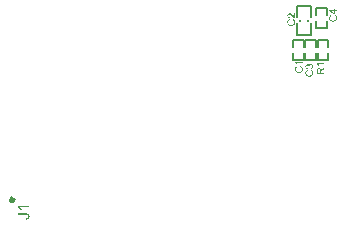
<source format=gbr>
%TF.GenerationSoftware,Altium Limited,Altium Designer,21.8.1 (53)*%
G04 Layer_Color=65535*
%FSLAX45Y45*%
%MOMM*%
%TF.SameCoordinates,7374835A-4B4A-4399-96A1-91FF428CB2AC*%
%TF.FilePolarity,Positive*%
%TF.FileFunction,Legend,Top*%
%TF.Part,Single*%
G01*
G75*
%TA.AperFunction,NonConductor*%
%ADD19C,0.33020*%
%ADD20C,0.20000*%
%ADD24C,0.15240*%
G36*
X528349Y223124D02*
X452022D01*
X452149Y222870D01*
X452657Y222362D01*
X453546Y221346D01*
X454562Y220076D01*
X455832Y218425D01*
X457229Y216393D01*
X458753Y214234D01*
X460277Y211694D01*
Y211567D01*
X460404Y211440D01*
X460658Y211059D01*
X460912Y210551D01*
X461674Y209154D01*
X462563Y207503D01*
X463579Y205598D01*
X464595Y203439D01*
X465611Y201280D01*
X466500Y199121D01*
X454816D01*
Y199248D01*
X454562Y199629D01*
X454308Y200137D01*
X453927Y200772D01*
X453546Y201661D01*
X452911Y202677D01*
X451641Y205090D01*
X449990Y207757D01*
X447958Y210805D01*
X445799Y213726D01*
X443386Y216647D01*
X443259Y216774D01*
X443132Y217028D01*
X442751Y217409D01*
X442243Y217917D01*
X440973Y219187D01*
X439195Y220838D01*
X437290Y222489D01*
X435004Y224267D01*
X432718Y225918D01*
X430305Y227315D01*
Y235062D01*
X528349D01*
Y223124D01*
D02*
G37*
G36*
X500282Y173594D02*
X501425D01*
X502822Y173467D01*
X504219Y173340D01*
X507267Y172959D01*
X510442Y172451D01*
X513490Y171689D01*
X515014Y171181D01*
X516284Y170673D01*
X516411D01*
X516538Y170546D01*
X516919Y170419D01*
X517427Y170165D01*
X518570Y169403D01*
X520094Y168387D01*
X521745Y167117D01*
X523396Y165466D01*
X525047Y163561D01*
X526571Y161275D01*
Y161148D01*
X526698Y161021D01*
X526825Y160640D01*
X527079Y160132D01*
X527714Y158862D01*
X528222Y156957D01*
X528857Y154798D01*
X529492Y152258D01*
X529873Y149337D01*
X530000Y146162D01*
Y144892D01*
X529873Y144003D01*
X529746Y142987D01*
X529619Y141717D01*
X529365Y140320D01*
X529111Y138923D01*
X528222Y135748D01*
X527587Y134097D01*
X526825Y132446D01*
X526063Y130795D01*
X525047Y129271D01*
X523904Y127874D01*
X522634Y126477D01*
X522507Y126350D01*
X522253Y126223D01*
X521872Y125842D01*
X521237Y125461D01*
X520475Y124953D01*
X519586Y124318D01*
X518443Y123683D01*
X517173Y123048D01*
X515649Y122540D01*
X513998Y121905D01*
X512220Y121397D01*
X510315Y120889D01*
X508156Y120508D01*
X505870Y120127D01*
X503457Y120000D01*
X500790D01*
X499139Y131684D01*
X499266D01*
X499647D01*
X500155D01*
X500917Y131811D01*
X501806Y131938D01*
X502822Y132065D01*
X505235Y132319D01*
X507775Y132827D01*
X510315Y133589D01*
X512601Y134478D01*
X513490Y135113D01*
X514379Y135748D01*
X514506Y135875D01*
X515014Y136510D01*
X515649Y137272D01*
X516411Y138542D01*
X517173Y139939D01*
X517808Y141717D01*
X518316Y143876D01*
X518443Y146162D01*
Y146924D01*
X518316Y147940D01*
X518189Y149083D01*
X517935Y150353D01*
X517554Y151750D01*
X517046Y153147D01*
X516284Y154544D01*
X516157Y154671D01*
X515903Y155179D01*
X515395Y155687D01*
X514633Y156449D01*
X513744Y157338D01*
X512728Y158100D01*
X511585Y158862D01*
X510188Y159370D01*
X510061Y159497D01*
X509426Y159624D01*
X508537Y159878D01*
X507267Y160132D01*
X505489Y160386D01*
X503457Y160513D01*
X500917Y160767D01*
X497996D01*
X430686D01*
Y173721D01*
X497234D01*
X497361D01*
X497742D01*
X498377D01*
X499266D01*
X500282Y173594D01*
D02*
G37*
G36*
X3026349Y1435031D02*
X2975515D01*
X2975599Y1434862D01*
X2975938Y1434524D01*
X2976530Y1433847D01*
X2977206Y1433001D01*
X2978052Y1431902D01*
X2978983Y1430548D01*
X2979998Y1429110D01*
X2981013Y1427419D01*
Y1427334D01*
X2981097Y1427250D01*
X2981266Y1426996D01*
X2981435Y1426658D01*
X2981943Y1425727D01*
X2982535Y1424628D01*
X2983212Y1423359D01*
X2983888Y1421921D01*
X2984565Y1420483D01*
X2985157Y1419045D01*
X2977376D01*
Y1419130D01*
X2977206Y1419383D01*
X2977037Y1419722D01*
X2976783Y1420145D01*
X2976530Y1420737D01*
X2976107Y1421413D01*
X2975261Y1423021D01*
X2974161Y1424797D01*
X2972808Y1426827D01*
X2971370Y1428772D01*
X2969763Y1430717D01*
X2969679Y1430802D01*
X2969594Y1430971D01*
X2969340Y1431225D01*
X2969002Y1431563D01*
X2968156Y1432409D01*
X2966972Y1433509D01*
X2965703Y1434608D01*
X2964181Y1435792D01*
X2962658Y1436892D01*
X2961051Y1437822D01*
Y1442982D01*
X3026349D01*
Y1435031D01*
D02*
G37*
G36*
Y1397054D02*
X3012900Y1388511D01*
X3012815D01*
X3012646Y1388342D01*
X3012308Y1388173D01*
X3011970Y1387919D01*
X3011462Y1387581D01*
X3010870Y1387158D01*
X3009601Y1386312D01*
X3008163Y1385297D01*
X3006726Y1384282D01*
X3005288Y1383267D01*
X3004019Y1382252D01*
X3003850Y1382167D01*
X3003511Y1381829D01*
X3002919Y1381406D01*
X3002327Y1380814D01*
X3001566Y1380137D01*
X3000805Y1379376D01*
X3000213Y1378615D01*
X2999621Y1377854D01*
X2999536Y1377769D01*
X2999451Y1377515D01*
X2999198Y1377177D01*
X2998944Y1376670D01*
X2998606Y1376078D01*
X2998352Y1375401D01*
X2997844Y1373963D01*
Y1373878D01*
X2997760Y1373709D01*
Y1373371D01*
X2997675Y1372863D01*
X2997591Y1372187D01*
Y1371341D01*
X2997506Y1370411D01*
Y1359246D01*
X3026349D01*
Y1350618D01*
X2961305D01*
Y1380899D01*
X2961390Y1381660D01*
Y1382421D01*
X2961474Y1383352D01*
X2961559Y1384367D01*
X2961728Y1386481D01*
X2962066Y1388680D01*
X2962489Y1390795D01*
X2962743Y1391810D01*
X2963081Y1392656D01*
Y1392740D01*
X2963166Y1392825D01*
X2963250Y1393078D01*
X2963420Y1393417D01*
X2963842Y1394263D01*
X2964519Y1395278D01*
X2965365Y1396462D01*
X2966464Y1397646D01*
X2967818Y1398830D01*
X2969340Y1399930D01*
X2969425D01*
X2969509Y1400014D01*
X2969763Y1400183D01*
X2970102Y1400353D01*
X2971032Y1400775D01*
X2972216Y1401283D01*
X2973654Y1401790D01*
X2975346Y1402213D01*
X2977206Y1402552D01*
X2979152Y1402636D01*
X2979236D01*
X2979490D01*
X2979828D01*
X2980336Y1402552D01*
X2980928Y1402467D01*
X2981605Y1402383D01*
X2983212Y1402044D01*
X2985073Y1401537D01*
X2987018Y1400775D01*
X2987948Y1400268D01*
X2988963Y1399676D01*
X2989894Y1398915D01*
X2990824Y1398153D01*
X2990909Y1398069D01*
X2990993Y1397984D01*
X2991247Y1397646D01*
X2991585Y1397308D01*
X2991924Y1396800D01*
X2992347Y1396208D01*
X2992854Y1395531D01*
X2993362Y1394770D01*
X2993869Y1393840D01*
X2994377Y1392825D01*
X2994884Y1391641D01*
X2995392Y1390372D01*
X2995814Y1389019D01*
X2996237Y1387581D01*
X2996576Y1385974D01*
X2996829Y1384282D01*
X2996914Y1384451D01*
X2997083Y1384874D01*
X2997421Y1385466D01*
X2997844Y1386227D01*
X2998944Y1387919D01*
X2999536Y1388680D01*
X3000128Y1389441D01*
Y1389526D01*
X3000297Y1389611D01*
X3000720Y1390118D01*
X3001481Y1390795D01*
X3002496Y1391810D01*
X3003681Y1392909D01*
X3005203Y1394093D01*
X3006895Y1395362D01*
X3008755Y1396631D01*
X3026349Y1407880D01*
Y1397054D01*
D02*
G37*
G36*
X2842522Y1449542D02*
X2791688D01*
X2791772Y1449373D01*
X2792111Y1449035D01*
X2792703Y1448358D01*
X2793379Y1447512D01*
X2794225Y1446413D01*
X2795156Y1445059D01*
X2796171Y1443621D01*
X2797186Y1441930D01*
Y1441845D01*
X2797270Y1441761D01*
X2797439Y1441507D01*
X2797609Y1441169D01*
X2798116Y1440238D01*
X2798708Y1439139D01*
X2799385Y1437870D01*
X2800061Y1436432D01*
X2800738Y1434994D01*
X2801330Y1433556D01*
X2793549D01*
Y1433641D01*
X2793379Y1433895D01*
X2793210Y1434233D01*
X2792957Y1434656D01*
X2792703Y1435248D01*
X2792280Y1435924D01*
X2791434Y1437532D01*
X2790335Y1439308D01*
X2788981Y1441338D01*
X2787543Y1443283D01*
X2785936Y1445229D01*
X2785852Y1445313D01*
X2785767Y1445482D01*
X2785513Y1445736D01*
X2785175Y1446074D01*
X2784329Y1446920D01*
X2783145Y1448020D01*
X2781876Y1449119D01*
X2780354Y1450303D01*
X2778831Y1451403D01*
X2777224Y1452333D01*
Y1457493D01*
X2842522D01*
Y1449542D01*
D02*
G37*
G36*
X2822391Y1419938D02*
X2822983Y1419769D01*
X2823744Y1419600D01*
X2824590Y1419262D01*
X2825605Y1418839D01*
X2826705Y1418416D01*
X2827974Y1417824D01*
X2829242Y1417232D01*
X2830596Y1416471D01*
X2831864Y1415709D01*
X2833218Y1414779D01*
X2834571Y1413849D01*
X2835840Y1412749D01*
X2837024Y1411565D01*
X2838123Y1410296D01*
X2838208Y1410212D01*
X2838377Y1409958D01*
X2838631Y1409619D01*
X2838969Y1409027D01*
X2839392Y1408351D01*
X2839900Y1407505D01*
X2840322Y1406575D01*
X2840830Y1405560D01*
X2841422Y1404291D01*
X2841845Y1403022D01*
X2842352Y1401584D01*
X2842775Y1400062D01*
X2843114Y1398455D01*
X2843367Y1396763D01*
X2843537Y1394987D01*
X2843621Y1393126D01*
Y1392111D01*
X2843537Y1391350D01*
X2843452Y1390504D01*
X2843367Y1389404D01*
X2843283Y1388305D01*
X2843114Y1387036D01*
X2842606Y1384329D01*
X2841845Y1381454D01*
X2841337Y1380016D01*
X2840745Y1378578D01*
X2840153Y1377225D01*
X2839392Y1375956D01*
X2839308Y1375871D01*
X2839223Y1375702D01*
X2838969Y1375364D01*
X2838546Y1374856D01*
X2838123Y1374349D01*
X2837616Y1373672D01*
X2836939Y1372995D01*
X2836178Y1372234D01*
X2835417Y1371388D01*
X2834486Y1370627D01*
X2833471Y1369781D01*
X2832287Y1368936D01*
X2831103Y1368090D01*
X2829834Y1367328D01*
X2828396Y1366567D01*
X2826959Y1365891D01*
X2826874D01*
X2826620Y1365721D01*
X2826113Y1365552D01*
X2825521Y1365383D01*
X2824759Y1365129D01*
X2823914Y1364791D01*
X2822899Y1364537D01*
X2821714Y1364199D01*
X2820446Y1363861D01*
X2819092Y1363607D01*
X2817655Y1363269D01*
X2816217Y1363015D01*
X2812918Y1362676D01*
X2809535Y1362507D01*
X2809450D01*
X2809112D01*
X2808520D01*
X2807843Y1362592D01*
X2806913D01*
X2805898Y1362676D01*
X2804798Y1362846D01*
X2803529Y1363015D01*
X2802176Y1363184D01*
X2800738Y1363438D01*
X2797778Y1364114D01*
X2794817Y1365045D01*
X2793295Y1365637D01*
X2791857Y1366313D01*
X2791772Y1366398D01*
X2791519Y1366483D01*
X2791096Y1366736D01*
X2790588Y1367075D01*
X2789996Y1367413D01*
X2789235Y1367921D01*
X2788474Y1368513D01*
X2787543Y1369189D01*
X2785683Y1370712D01*
X2783822Y1372657D01*
X2781961Y1374856D01*
X2781115Y1376125D01*
X2780354Y1377394D01*
X2780269Y1377478D01*
X2780185Y1377732D01*
X2780016Y1378155D01*
X2779762Y1378662D01*
X2779423Y1379339D01*
X2779085Y1380100D01*
X2778747Y1381031D01*
X2778324Y1382046D01*
X2777986Y1383230D01*
X2777647Y1384414D01*
X2776971Y1387121D01*
X2776548Y1390081D01*
X2776378Y1391604D01*
Y1394141D01*
X2776463Y1394818D01*
X2776548Y1395663D01*
X2776632Y1396678D01*
X2776801Y1397778D01*
X2776971Y1398962D01*
X2777563Y1401500D01*
X2777986Y1402853D01*
X2778493Y1404291D01*
X2779085Y1405644D01*
X2779677Y1406997D01*
X2780523Y1408351D01*
X2781369Y1409619D01*
X2781453Y1409704D01*
X2781623Y1409873D01*
X2781876Y1410296D01*
X2782299Y1410719D01*
X2782807Y1411227D01*
X2783399Y1411903D01*
X2784160Y1412580D01*
X2785006Y1413341D01*
X2785936Y1414102D01*
X2786951Y1414864D01*
X2788135Y1415625D01*
X2789320Y1416386D01*
X2790673Y1417147D01*
X2792111Y1417824D01*
X2793718Y1418501D01*
X2795325Y1419008D01*
X2797355Y1410550D01*
X2797270D01*
X2797017Y1410465D01*
X2796678Y1410296D01*
X2796171Y1410127D01*
X2795579Y1409873D01*
X2794902Y1409619D01*
X2793379Y1408858D01*
X2791688Y1407928D01*
X2789996Y1406828D01*
X2788389Y1405475D01*
X2787712Y1404714D01*
X2787036Y1403952D01*
Y1403868D01*
X2786867Y1403783D01*
X2786698Y1403530D01*
X2786528Y1403191D01*
X2786275Y1402768D01*
X2786021Y1402261D01*
X2785344Y1400992D01*
X2784752Y1399385D01*
X2784245Y1397524D01*
X2783906Y1395410D01*
X2783737Y1393041D01*
Y1392280D01*
X2783822Y1391773D01*
Y1391181D01*
X2783906Y1390419D01*
X2784075Y1389574D01*
X2784160Y1388643D01*
X2784583Y1386698D01*
X2785260Y1384583D01*
X2786190Y1382469D01*
X2786698Y1381454D01*
X2787374Y1380439D01*
Y1380354D01*
X2787543Y1380185D01*
X2787712Y1379931D01*
X2788051Y1379593D01*
X2788812Y1378747D01*
X2789912Y1377732D01*
X2791265Y1376548D01*
X2792957Y1375364D01*
X2794817Y1374264D01*
X2797017Y1373418D01*
X2797101D01*
X2797270Y1373334D01*
X2797609Y1373249D01*
X2798031Y1373080D01*
X2798624Y1372911D01*
X2799300Y1372742D01*
X2800061Y1372573D01*
X2800823Y1372403D01*
X2802768Y1372065D01*
X2804883Y1371727D01*
X2807166Y1371473D01*
X2809535Y1371388D01*
X2809619D01*
X2809873D01*
X2810296D01*
X2810888D01*
X2811649Y1371473D01*
X2812495Y1371558D01*
X2813425D01*
X2814440Y1371727D01*
X2816724Y1371980D01*
X2819092Y1372403D01*
X2821630Y1372995D01*
X2823998Y1373757D01*
X2824083D01*
X2824252Y1373841D01*
X2824590Y1374010D01*
X2825013Y1374264D01*
X2825521Y1374518D01*
X2826113Y1374772D01*
X2827466Y1375618D01*
X2828988Y1376717D01*
X2830511Y1377986D01*
X2831949Y1379508D01*
X2833218Y1381285D01*
Y1381369D01*
X2833387Y1381538D01*
X2833471Y1381792D01*
X2833725Y1382215D01*
X2833894Y1382638D01*
X2834148Y1383230D01*
X2834740Y1384583D01*
X2835332Y1386275D01*
X2835755Y1388136D01*
X2836093Y1390166D01*
X2836263Y1392365D01*
Y1393041D01*
X2836178Y1393549D01*
X2836093Y1394226D01*
X2836009Y1394902D01*
X2835924Y1395748D01*
X2835755Y1396594D01*
X2835248Y1398539D01*
X2834486Y1400569D01*
X2834063Y1401669D01*
X2833471Y1402684D01*
X2832879Y1403699D01*
X2832118Y1404629D01*
X2832033Y1404714D01*
X2831949Y1404883D01*
X2831695Y1405137D01*
X2831357Y1405475D01*
X2830934Y1405813D01*
X2830342Y1406321D01*
X2829750Y1406828D01*
X2828988Y1407336D01*
X2828227Y1407928D01*
X2827297Y1408520D01*
X2826282Y1409027D01*
X2825182Y1409619D01*
X2823914Y1410127D01*
X2822645Y1410634D01*
X2821292Y1411057D01*
X2819769Y1411480D01*
X2821968Y1420108D01*
X2822053D01*
X2822391Y1419938D01*
D02*
G37*
G36*
X2778353Y1824369D02*
X2778184D01*
X2777846D01*
X2777338D01*
X2776577Y1824454D01*
X2775731Y1824538D01*
X2774801Y1824707D01*
X2773870Y1824961D01*
X2772856Y1825299D01*
X2772771D01*
X2772686Y1825384D01*
X2772433Y1825469D01*
X2772094Y1825638D01*
X2771248Y1825976D01*
X2770149Y1826568D01*
X2768796Y1827329D01*
X2767358Y1828175D01*
X2765835Y1829275D01*
X2764228Y1830543D01*
X2764144Y1830628D01*
X2764059Y1830713D01*
X2763805Y1830966D01*
X2763467Y1831220D01*
X2762537Y1832066D01*
X2761352Y1833250D01*
X2759914Y1834688D01*
X2758223Y1836464D01*
X2756362Y1838579D01*
X2754332Y1841032D01*
X2754247Y1841116D01*
X2753909Y1841455D01*
X2753486Y1842047D01*
X2752894Y1842723D01*
X2752133Y1843569D01*
X2751287Y1844584D01*
X2750357Y1845684D01*
X2749342Y1846783D01*
X2747143Y1849151D01*
X2744859Y1851520D01*
X2743675Y1852619D01*
X2742575Y1853634D01*
X2741560Y1854565D01*
X2740545Y1855326D01*
X2740461Y1855411D01*
X2740291Y1855495D01*
X2740038Y1855664D01*
X2739699Y1855918D01*
X2739192Y1856172D01*
X2738684Y1856510D01*
X2737416Y1857271D01*
X2735978Y1857948D01*
X2734371Y1858540D01*
X2732594Y1858963D01*
X2731749Y1859132D01*
X2730903D01*
X2730818D01*
X2730649D01*
X2730480D01*
X2730142Y1859048D01*
X2729211Y1858963D01*
X2728112Y1858709D01*
X2726843Y1858286D01*
X2725574Y1857694D01*
X2724221Y1856848D01*
X2722952Y1855664D01*
X2722783Y1855495D01*
X2722445Y1855072D01*
X2721937Y1854311D01*
X2721260Y1853296D01*
X2720668Y1852027D01*
X2720161Y1850505D01*
X2719823Y1848729D01*
X2719653Y1846783D01*
Y1846191D01*
X2719738Y1845853D01*
Y1845345D01*
X2719823Y1844753D01*
X2720076Y1843485D01*
X2720499Y1842047D01*
X2721091Y1840440D01*
X2721937Y1838917D01*
X2723121Y1837564D01*
X2723290Y1837395D01*
X2723713Y1837056D01*
X2724559Y1836464D01*
X2725574Y1835872D01*
X2727012Y1835195D01*
X2728619Y1834603D01*
X2730480Y1834265D01*
X2732679Y1834096D01*
X2731833Y1825891D01*
X2731749D01*
X2731410Y1825976D01*
X2730987D01*
X2730311Y1826061D01*
X2729550Y1826230D01*
X2728704Y1826399D01*
X2727689Y1826653D01*
X2726674Y1826991D01*
X2724390Y1827752D01*
X2723206Y1828260D01*
X2722106Y1828852D01*
X2720922Y1829528D01*
X2719823Y1830290D01*
X2718808Y1831136D01*
X2717877Y1832151D01*
X2717793Y1832235D01*
X2717708Y1832404D01*
X2717454Y1832743D01*
X2717116Y1833165D01*
X2716778Y1833758D01*
X2716355Y1834434D01*
X2715932Y1835195D01*
X2715424Y1836126D01*
X2715001Y1837141D01*
X2714579Y1838240D01*
X2714156Y1839425D01*
X2713817Y1840778D01*
X2713479Y1842131D01*
X2713225Y1843654D01*
X2713141Y1845261D01*
X2713056Y1846952D01*
Y1847883D01*
X2713141Y1848475D01*
X2713225Y1849321D01*
X2713310Y1850251D01*
X2713479Y1851266D01*
X2713733Y1852366D01*
X2714325Y1854734D01*
X2714748Y1855918D01*
X2715255Y1857187D01*
X2715847Y1858456D01*
X2716608Y1859640D01*
X2717370Y1860739D01*
X2718300Y1861839D01*
X2718385Y1861923D01*
X2718554Y1862093D01*
X2718808Y1862346D01*
X2719231Y1862685D01*
X2719738Y1863108D01*
X2720330Y1863615D01*
X2721007Y1864038D01*
X2721853Y1864630D01*
X2722698Y1865137D01*
X2723713Y1865560D01*
X2725913Y1866491D01*
X2727097Y1866829D01*
X2728365Y1867083D01*
X2729719Y1867252D01*
X2731157Y1867337D01*
X2731326D01*
X2731833D01*
X2732594Y1867252D01*
X2733609Y1867167D01*
X2734709Y1866914D01*
X2736062Y1866660D01*
X2737416Y1866237D01*
X2738854Y1865730D01*
X2739023Y1865645D01*
X2739530Y1865391D01*
X2740291Y1865053D01*
X2741222Y1864461D01*
X2742406Y1863700D01*
X2743759Y1862769D01*
X2745282Y1861670D01*
X2746804Y1860401D01*
X2746889D01*
X2746973Y1860232D01*
X2747227Y1859978D01*
X2747565Y1859724D01*
X2747988Y1859301D01*
X2748496Y1858794D01*
X2749088Y1858202D01*
X2749765Y1857441D01*
X2750526Y1856679D01*
X2751372Y1855749D01*
X2752387Y1854734D01*
X2753402Y1853634D01*
X2754501Y1852366D01*
X2755601Y1851097D01*
X2756870Y1849574D01*
X2758223Y1848052D01*
X2758307Y1847967D01*
X2758477Y1847714D01*
X2758815Y1847375D01*
X2759153Y1846868D01*
X2759661Y1846360D01*
X2760253Y1845684D01*
X2761522Y1844246D01*
X2762875Y1842639D01*
X2764228Y1841116D01*
X2764820Y1840440D01*
X2765412Y1839847D01*
X2766004Y1839255D01*
X2766427Y1838832D01*
X2766512Y1838748D01*
X2766766Y1838494D01*
X2767189Y1838156D01*
X2767781Y1837648D01*
X2768373Y1837141D01*
X2769134Y1836549D01*
X2770656Y1835449D01*
Y1867421D01*
X2778353D01*
Y1824369D01*
D02*
G37*
G36*
X2758223Y1818025D02*
X2758815Y1817856D01*
X2759576Y1817687D01*
X2760422Y1817349D01*
X2761437Y1816926D01*
X2762537Y1816503D01*
X2763805Y1815911D01*
X2765074Y1815319D01*
X2766427Y1814557D01*
X2767696Y1813796D01*
X2769049Y1812866D01*
X2770403Y1811935D01*
X2771671Y1810836D01*
X2772856Y1809652D01*
X2773955Y1808383D01*
X2774040Y1808298D01*
X2774209Y1808045D01*
X2774463Y1807706D01*
X2774801Y1807114D01*
X2775224Y1806438D01*
X2775731Y1805592D01*
X2776154Y1804661D01*
X2776662Y1803646D01*
X2777254Y1802378D01*
X2777677Y1801109D01*
X2778184Y1799671D01*
X2778607Y1798149D01*
X2778945Y1796541D01*
X2779199Y1794850D01*
X2779368Y1793074D01*
X2779453Y1791213D01*
Y1790198D01*
X2779368Y1789437D01*
X2779284Y1788591D01*
X2779199Y1787491D01*
X2779115Y1786392D01*
X2778945Y1785123D01*
X2778438Y1782416D01*
X2777677Y1779541D01*
X2777169Y1778103D01*
X2776577Y1776665D01*
X2775985Y1775311D01*
X2775224Y1774043D01*
X2775139Y1773958D01*
X2775055Y1773789D01*
X2774801Y1773451D01*
X2774378Y1772943D01*
X2773955Y1772436D01*
X2773448Y1771759D01*
X2772771Y1771082D01*
X2772010Y1770321D01*
X2771248Y1769475D01*
X2770318Y1768714D01*
X2769303Y1767868D01*
X2768119Y1767022D01*
X2766935Y1766177D01*
X2765666Y1765415D01*
X2764228Y1764654D01*
X2762790Y1763977D01*
X2762706D01*
X2762452Y1763808D01*
X2761944Y1763639D01*
X2761352Y1763470D01*
X2760591Y1763216D01*
X2759745Y1762878D01*
X2758730Y1762624D01*
X2757546Y1762286D01*
X2756277Y1761947D01*
X2754924Y1761694D01*
X2753486Y1761355D01*
X2752048Y1761102D01*
X2748750Y1760763D01*
X2745366Y1760594D01*
X2745282D01*
X2744943D01*
X2744351D01*
X2743675Y1760679D01*
X2742744D01*
X2741729Y1760763D01*
X2740630Y1760932D01*
X2739361Y1761102D01*
X2738008Y1761271D01*
X2736570Y1761525D01*
X2733609Y1762201D01*
X2730649Y1763132D01*
X2729127Y1763724D01*
X2727689Y1764400D01*
X2727604Y1764485D01*
X2727350Y1764569D01*
X2726927Y1764823D01*
X2726420Y1765162D01*
X2725828Y1765500D01*
X2725067Y1766007D01*
X2724305Y1766599D01*
X2723375Y1767276D01*
X2721514Y1768799D01*
X2719653Y1770744D01*
X2717793Y1772943D01*
X2716947Y1774212D01*
X2716186Y1775481D01*
X2716101Y1775565D01*
X2716016Y1775819D01*
X2715847Y1776242D01*
X2715594Y1776749D01*
X2715255Y1777426D01*
X2714917Y1778187D01*
X2714579Y1779118D01*
X2714156Y1780133D01*
X2713817Y1781317D01*
X2713479Y1782501D01*
X2712802Y1785208D01*
X2712379Y1788168D01*
X2712210Y1789690D01*
Y1792228D01*
X2712295Y1792904D01*
X2712379Y1793750D01*
X2712464Y1794765D01*
X2712633Y1795865D01*
X2712802Y1797049D01*
X2713394Y1799586D01*
X2713817Y1800940D01*
X2714325Y1802378D01*
X2714917Y1803731D01*
X2715509Y1805084D01*
X2716355Y1806438D01*
X2717201Y1807706D01*
X2717285Y1807791D01*
X2717454Y1807960D01*
X2717708Y1808383D01*
X2718131Y1808806D01*
X2718638Y1809313D01*
X2719231Y1809990D01*
X2719992Y1810667D01*
X2720838Y1811428D01*
X2721768Y1812189D01*
X2722783Y1812950D01*
X2723967Y1813712D01*
X2725151Y1814473D01*
X2726505Y1815234D01*
X2727942Y1815911D01*
X2729550Y1816587D01*
X2731157Y1817095D01*
X2733187Y1808637D01*
X2733102D01*
X2732848Y1808552D01*
X2732510Y1808383D01*
X2732002Y1808214D01*
X2731410Y1807960D01*
X2730734Y1807706D01*
X2729211Y1806945D01*
X2727520Y1806015D01*
X2725828Y1804915D01*
X2724221Y1803562D01*
X2723544Y1802801D01*
X2722868Y1802039D01*
Y1801955D01*
X2722698Y1801870D01*
X2722529Y1801616D01*
X2722360Y1801278D01*
X2722106Y1800855D01*
X2721853Y1800348D01*
X2721176Y1799079D01*
X2720584Y1797472D01*
X2720076Y1795611D01*
X2719738Y1793497D01*
X2719569Y1791128D01*
Y1790367D01*
X2719653Y1789860D01*
Y1789267D01*
X2719738Y1788506D01*
X2719907Y1787660D01*
X2719992Y1786730D01*
X2720415Y1784785D01*
X2721091Y1782670D01*
X2722022Y1780555D01*
X2722529Y1779541D01*
X2723206Y1778526D01*
Y1778441D01*
X2723375Y1778272D01*
X2723544Y1778018D01*
X2723883Y1777680D01*
X2724644Y1776834D01*
X2725743Y1775819D01*
X2727097Y1774635D01*
X2728788Y1773451D01*
X2730649Y1772351D01*
X2732848Y1771505D01*
X2732933D01*
X2733102Y1771421D01*
X2733440Y1771336D01*
X2733863Y1771167D01*
X2734455Y1770998D01*
X2735132Y1770829D01*
X2735893Y1770659D01*
X2736654Y1770490D01*
X2738600Y1770152D01*
X2740714Y1769814D01*
X2742998Y1769560D01*
X2745366Y1769475D01*
X2745451D01*
X2745705D01*
X2746128D01*
X2746720D01*
X2747481Y1769560D01*
X2748327Y1769644D01*
X2749257D01*
X2750272Y1769814D01*
X2752556Y1770067D01*
X2754924Y1770490D01*
X2757462Y1771082D01*
X2759830Y1771844D01*
X2759914D01*
X2760084Y1771928D01*
X2760422Y1772097D01*
X2760845Y1772351D01*
X2761352Y1772605D01*
X2761944Y1772859D01*
X2763298Y1773704D01*
X2764820Y1774804D01*
X2766343Y1776073D01*
X2767781Y1777595D01*
X2769049Y1779371D01*
Y1779456D01*
X2769218Y1779625D01*
X2769303Y1779879D01*
X2769557Y1780302D01*
X2769726Y1780725D01*
X2769980Y1781317D01*
X2770572Y1782670D01*
X2771164Y1784362D01*
X2771587Y1786222D01*
X2771925Y1788252D01*
X2772094Y1790452D01*
Y1791128D01*
X2772010Y1791636D01*
X2771925Y1792312D01*
X2771841Y1792989D01*
X2771756Y1793835D01*
X2771587Y1794681D01*
X2771079Y1796626D01*
X2770318Y1798656D01*
X2769895Y1799756D01*
X2769303Y1800771D01*
X2768711Y1801786D01*
X2767950Y1802716D01*
X2767865Y1802801D01*
X2767781Y1802970D01*
X2767527Y1803223D01*
X2767189Y1803562D01*
X2766766Y1803900D01*
X2766174Y1804408D01*
X2765581Y1804915D01*
X2764820Y1805423D01*
X2764059Y1806015D01*
X2763129Y1806607D01*
X2762114Y1807114D01*
X2761014Y1807706D01*
X2759745Y1808214D01*
X2758477Y1808721D01*
X2757123Y1809144D01*
X2755601Y1809567D01*
X2757800Y1818194D01*
X2757885D01*
X2758223Y1818025D01*
D02*
G37*
G36*
X2913067Y1437846D02*
X2913829Y1437761D01*
X2914674Y1437592D01*
X2915605Y1437423D01*
X2916620Y1437169D01*
X2917719Y1436831D01*
X2918903Y1436408D01*
X2920088Y1435900D01*
X2921356Y1435308D01*
X2922541Y1434547D01*
X2923809Y1433701D01*
X2924993Y1432771D01*
X2926093Y1431671D01*
X2926178Y1431587D01*
X2926347Y1431418D01*
X2926600Y1431079D01*
X2927023Y1430572D01*
X2927446Y1429980D01*
X2927954Y1429218D01*
X2928461Y1428373D01*
X2928969Y1427442D01*
X2929561Y1426343D01*
X2930068Y1425158D01*
X2930576Y1423890D01*
X2930999Y1422452D01*
X2931422Y1421014D01*
X2931675Y1419407D01*
X2931845Y1417800D01*
X2931929Y1416024D01*
Y1415178D01*
X2931845Y1414586D01*
X2931760Y1413909D01*
X2931675Y1413063D01*
X2931506Y1412048D01*
X2931252Y1411033D01*
X2930660Y1408834D01*
X2930237Y1407650D01*
X2929815Y1406466D01*
X2929222Y1405197D01*
X2928546Y1404013D01*
X2927785Y1402913D01*
X2926854Y1401814D01*
X2926770Y1401729D01*
X2926600Y1401560D01*
X2926347Y1401306D01*
X2925924Y1400883D01*
X2925416Y1400460D01*
X2924824Y1399953D01*
X2924063Y1399446D01*
X2923302Y1398853D01*
X2922371Y1398346D01*
X2921356Y1397754D01*
X2920257Y1397246D01*
X2919073Y1396739D01*
X2917804Y1396231D01*
X2916535Y1395893D01*
X2915097Y1395555D01*
X2913575Y1395386D01*
X2912475Y1403336D01*
X2912560D01*
X2912814Y1403421D01*
X2913152Y1403505D01*
X2913575Y1403590D01*
X2914167Y1403759D01*
X2914759Y1403928D01*
X2916281Y1404436D01*
X2917888Y1405028D01*
X2919496Y1405874D01*
X2921103Y1406804D01*
X2921779Y1407312D01*
X2922371Y1407904D01*
X2922456Y1408073D01*
X2922794Y1408496D01*
X2923302Y1409172D01*
X2923809Y1410187D01*
X2924401Y1411372D01*
X2924824Y1412725D01*
X2925163Y1414332D01*
X2925332Y1416024D01*
Y1416616D01*
X2925247Y1416954D01*
Y1417461D01*
X2925163Y1418054D01*
X2924824Y1419322D01*
X2924401Y1420845D01*
X2923725Y1422452D01*
X2922710Y1424059D01*
X2922118Y1424820D01*
X2921441Y1425581D01*
X2921356Y1425666D01*
X2921272Y1425751D01*
X2921018Y1425920D01*
X2920764Y1426173D01*
X2919918Y1426850D01*
X2918734Y1427527D01*
X2917381Y1428203D01*
X2915689Y1428880D01*
X2913829Y1429303D01*
X2912814Y1429472D01*
X2911799D01*
X2911714D01*
X2911545D01*
X2911291D01*
X2910868Y1429388D01*
X2910445D01*
X2909853Y1429303D01*
X2908584Y1429049D01*
X2907147Y1428626D01*
X2905624Y1427950D01*
X2904186Y1427019D01*
X2903425Y1426512D01*
X2902748Y1425835D01*
X2902579Y1425666D01*
X2902156Y1425158D01*
X2901649Y1424397D01*
X2900972Y1423382D01*
X2900295Y1422029D01*
X2899788Y1420506D01*
X2899365Y1418730D01*
X2899196Y1416700D01*
Y1415770D01*
X2899280Y1415178D01*
X2899365Y1414332D01*
X2899534Y1413317D01*
X2899788Y1412217D01*
X2900042Y1411033D01*
X2893021Y1411964D01*
Y1412133D01*
X2893106Y1412387D01*
X2893191Y1412809D01*
Y1413740D01*
X2893106Y1414078D01*
X2893021Y1415093D01*
X2892852Y1416277D01*
X2892514Y1417715D01*
X2892091Y1419238D01*
X2891414Y1420845D01*
X2890569Y1422367D01*
Y1422452D01*
X2890399Y1422536D01*
X2890061Y1423044D01*
X2889384Y1423721D01*
X2888539Y1424482D01*
X2887354Y1425243D01*
X2885917Y1425835D01*
X2884225Y1426343D01*
X2883294Y1426427D01*
X2882279Y1426512D01*
X2882195D01*
X2882110D01*
X2881518Y1426427D01*
X2880757Y1426343D01*
X2879742Y1426173D01*
X2878642Y1425751D01*
X2877458Y1425243D01*
X2876190Y1424482D01*
X2875090Y1423467D01*
X2874921Y1423298D01*
X2874583Y1422959D01*
X2874160Y1422283D01*
X2873568Y1421437D01*
X2873060Y1420337D01*
X2872553Y1418984D01*
X2872214Y1417546D01*
X2872130Y1415854D01*
Y1415432D01*
X2872214Y1415093D01*
X2872299Y1414163D01*
X2872468Y1413063D01*
X2872891Y1411879D01*
X2873398Y1410526D01*
X2874075Y1409257D01*
X2875090Y1407988D01*
X2875259Y1407819D01*
X2875597Y1407481D01*
X2876274Y1406973D01*
X2877289Y1406381D01*
X2878473Y1405705D01*
X2879996Y1405028D01*
X2881772Y1404520D01*
X2883802Y1404098D01*
X2882364Y1396147D01*
X2882279D01*
X2882026Y1396231D01*
X2881603Y1396316D01*
X2881011Y1396485D01*
X2880419Y1396654D01*
X2879573Y1396908D01*
X2878727Y1397162D01*
X2877797Y1397500D01*
X2875851Y1398431D01*
X2873821Y1399530D01*
X2871791Y1400968D01*
X2870861Y1401814D01*
X2870015Y1402744D01*
X2869931Y1402829D01*
X2869846Y1402998D01*
X2869592Y1403252D01*
X2869338Y1403675D01*
X2869000Y1404182D01*
X2868577Y1404774D01*
X2868154Y1405535D01*
X2867731Y1406297D01*
X2867393Y1407227D01*
X2866970Y1408157D01*
X2866209Y1410357D01*
X2865701Y1412894D01*
X2865617Y1414247D01*
X2865532Y1415685D01*
Y1416616D01*
X2865617Y1417039D01*
Y1417631D01*
X2865786Y1418899D01*
X2866124Y1420422D01*
X2866463Y1422029D01*
X2867055Y1423721D01*
X2867816Y1425412D01*
Y1425497D01*
X2867901Y1425581D01*
X2868070Y1425835D01*
X2868239Y1426173D01*
X2868746Y1426935D01*
X2869423Y1427950D01*
X2870353Y1429049D01*
X2871453Y1430233D01*
X2872637Y1431333D01*
X2874075Y1432263D01*
X2874160D01*
X2874244Y1432348D01*
X2874752Y1432686D01*
X2875597Y1433025D01*
X2876612Y1433532D01*
X2877881Y1433955D01*
X2879319Y1434378D01*
X2880842Y1434632D01*
X2882449Y1434716D01*
X2882533D01*
X2882618D01*
X2883125D01*
X2883971Y1434632D01*
X2884986Y1434462D01*
X2886170Y1434124D01*
X2887439Y1433786D01*
X2888792Y1433194D01*
X2890146Y1432432D01*
X2890315Y1432348D01*
X2890738Y1432010D01*
X2891330Y1431502D01*
X2892091Y1430741D01*
X2893021Y1429810D01*
X2893952Y1428626D01*
X2894798Y1427273D01*
X2895643Y1425751D01*
Y1425835D01*
X2895728Y1426004D01*
X2895813Y1426343D01*
X2895897Y1426681D01*
X2896066Y1427188D01*
X2896320Y1427780D01*
X2896828Y1429049D01*
X2897589Y1430487D01*
X2898604Y1431925D01*
X2899788Y1433447D01*
X2901226Y1434716D01*
X2901310D01*
X2901395Y1434885D01*
X2901649Y1435055D01*
X2901987Y1435224D01*
X2902410Y1435477D01*
X2902833Y1435731D01*
X2904102Y1436323D01*
X2905624Y1436915D01*
X2907400Y1437423D01*
X2909346Y1437761D01*
X2911629Y1437930D01*
X2911714D01*
X2911968D01*
X2912475D01*
X2913067Y1437846D01*
D02*
G37*
G36*
X2910699Y1387858D02*
X2911291Y1387689D01*
X2912052Y1387519D01*
X2912898Y1387181D01*
X2913913Y1386758D01*
X2915013Y1386335D01*
X2916281Y1385743D01*
X2917550Y1385151D01*
X2918903Y1384390D01*
X2920172Y1383629D01*
X2921526Y1382698D01*
X2922879Y1381768D01*
X2924148Y1380668D01*
X2925332Y1379484D01*
X2926431Y1378215D01*
X2926516Y1378131D01*
X2926685Y1377877D01*
X2926939Y1377539D01*
X2927277Y1376947D01*
X2927700Y1376270D01*
X2928208Y1375424D01*
X2928630Y1374494D01*
X2929138Y1373479D01*
X2929730Y1372210D01*
X2930153Y1370941D01*
X2930660Y1369503D01*
X2931083Y1367981D01*
X2931422Y1366374D01*
X2931675Y1364682D01*
X2931845Y1362906D01*
X2931929Y1361045D01*
Y1360030D01*
X2931845Y1359269D01*
X2931760Y1358423D01*
X2931675Y1357324D01*
X2931591Y1356224D01*
X2931422Y1354955D01*
X2930914Y1352249D01*
X2930153Y1349373D01*
X2929645Y1347935D01*
X2929053Y1346497D01*
X2928461Y1345144D01*
X2927700Y1343875D01*
X2927615Y1343791D01*
X2927531Y1343621D01*
X2927277Y1343283D01*
X2926854Y1342776D01*
X2926431Y1342268D01*
X2925924Y1341591D01*
X2925247Y1340915D01*
X2924486Y1340154D01*
X2923725Y1339308D01*
X2922794Y1338546D01*
X2921779Y1337701D01*
X2920595Y1336855D01*
X2919411Y1336009D01*
X2918142Y1335248D01*
X2916704Y1334487D01*
X2915266Y1333810D01*
X2915182D01*
X2914928Y1333641D01*
X2914421Y1333472D01*
X2913829Y1333302D01*
X2913067Y1333049D01*
X2912222Y1332710D01*
X2911207Y1332457D01*
X2910022Y1332118D01*
X2908754Y1331780D01*
X2907400Y1331526D01*
X2905962Y1331188D01*
X2904525Y1330934D01*
X2901226Y1330596D01*
X2897843Y1330427D01*
X2897758D01*
X2897420D01*
X2896828D01*
X2896151Y1330511D01*
X2895221D01*
X2894206Y1330596D01*
X2893106Y1330765D01*
X2891837Y1330934D01*
X2890484Y1331103D01*
X2889046Y1331357D01*
X2886086Y1332034D01*
X2883125Y1332964D01*
X2881603Y1333556D01*
X2880165Y1334233D01*
X2880080Y1334317D01*
X2879827Y1334402D01*
X2879404Y1334656D01*
X2878896Y1334994D01*
X2878304Y1335332D01*
X2877543Y1335840D01*
X2876782Y1336432D01*
X2875851Y1337109D01*
X2873990Y1338631D01*
X2872130Y1340576D01*
X2870269Y1342776D01*
X2869423Y1344044D01*
X2868662Y1345313D01*
X2868577Y1345398D01*
X2868493Y1345651D01*
X2868323Y1346074D01*
X2868070Y1346582D01*
X2867731Y1347258D01*
X2867393Y1348020D01*
X2867055Y1348950D01*
X2866632Y1349965D01*
X2866293Y1351149D01*
X2865955Y1352333D01*
X2865278Y1355040D01*
X2864856Y1358000D01*
X2864686Y1359523D01*
Y1362060D01*
X2864771Y1362737D01*
X2864856Y1363583D01*
X2864940Y1364598D01*
X2865109Y1365697D01*
X2865278Y1366881D01*
X2865871Y1369419D01*
X2866293Y1370772D01*
X2866801Y1372210D01*
X2867393Y1373563D01*
X2867985Y1374917D01*
X2868831Y1376270D01*
X2869677Y1377539D01*
X2869761Y1377623D01*
X2869931Y1377793D01*
X2870184Y1378215D01*
X2870607Y1378638D01*
X2871115Y1379146D01*
X2871707Y1379822D01*
X2872468Y1380499D01*
X2873314Y1381260D01*
X2874244Y1382022D01*
X2875259Y1382783D01*
X2876443Y1383544D01*
X2877627Y1384305D01*
X2878981Y1385067D01*
X2880419Y1385743D01*
X2882026Y1386420D01*
X2883633Y1386927D01*
X2885663Y1378469D01*
X2885578D01*
X2885324Y1378385D01*
X2884986Y1378215D01*
X2884479Y1378046D01*
X2883887Y1377793D01*
X2883210Y1377539D01*
X2881687Y1376778D01*
X2879996Y1375847D01*
X2878304Y1374748D01*
X2876697Y1373394D01*
X2876020Y1372633D01*
X2875344Y1371872D01*
Y1371787D01*
X2875175Y1371703D01*
X2875005Y1371449D01*
X2874836Y1371111D01*
X2874583Y1370688D01*
X2874329Y1370180D01*
X2873652Y1368911D01*
X2873060Y1367304D01*
X2872553Y1365444D01*
X2872214Y1363329D01*
X2872045Y1360961D01*
Y1360199D01*
X2872130Y1359692D01*
Y1359100D01*
X2872214Y1358339D01*
X2872383Y1357493D01*
X2872468Y1356562D01*
X2872891Y1354617D01*
X2873568Y1352503D01*
X2874498Y1350388D01*
X2875005Y1349373D01*
X2875682Y1348358D01*
Y1348273D01*
X2875851Y1348104D01*
X2876020Y1347850D01*
X2876359Y1347512D01*
X2877120Y1346666D01*
X2878220Y1345651D01*
X2879573Y1344467D01*
X2881264Y1343283D01*
X2883125Y1342183D01*
X2885324Y1341338D01*
X2885409D01*
X2885578Y1341253D01*
X2885917Y1341169D01*
X2886339Y1340999D01*
X2886931Y1340830D01*
X2887608Y1340661D01*
X2888369Y1340492D01*
X2889131Y1340323D01*
X2891076Y1339984D01*
X2893191Y1339646D01*
X2895474Y1339392D01*
X2897843Y1339308D01*
X2897927D01*
X2898181D01*
X2898604D01*
X2899196D01*
X2899957Y1339392D01*
X2900803Y1339477D01*
X2901733D01*
X2902748Y1339646D01*
X2905032Y1339900D01*
X2907400Y1340323D01*
X2909938Y1340915D01*
X2912306Y1341676D01*
X2912391D01*
X2912560Y1341761D01*
X2912898Y1341930D01*
X2913321Y1342183D01*
X2913829Y1342437D01*
X2914421Y1342691D01*
X2915774Y1343537D01*
X2917296Y1344636D01*
X2918819Y1345905D01*
X2920257Y1347428D01*
X2921526Y1349204D01*
Y1349288D01*
X2921695Y1349458D01*
X2921779Y1349711D01*
X2922033Y1350134D01*
X2922202Y1350557D01*
X2922456Y1351149D01*
X2923048Y1352503D01*
X2923640Y1354194D01*
X2924063Y1356055D01*
X2924401Y1358085D01*
X2924570Y1360284D01*
Y1360961D01*
X2924486Y1361468D01*
X2924401Y1362145D01*
X2924317Y1362822D01*
X2924232Y1363667D01*
X2924063Y1364513D01*
X2923555Y1366459D01*
X2922794Y1368489D01*
X2922371Y1369588D01*
X2921779Y1370603D01*
X2921187Y1371618D01*
X2920426Y1372548D01*
X2920341Y1372633D01*
X2920257Y1372802D01*
X2920003Y1373056D01*
X2919665Y1373394D01*
X2919242Y1373733D01*
X2918650Y1374240D01*
X2918058Y1374748D01*
X2917296Y1375255D01*
X2916535Y1375847D01*
X2915605Y1376439D01*
X2914590Y1376947D01*
X2913490Y1377539D01*
X2912222Y1378046D01*
X2910953Y1378554D01*
X2909599Y1378977D01*
X2908077Y1379400D01*
X2910276Y1388027D01*
X2910361D01*
X2910699Y1387858D01*
D02*
G37*
G36*
X3116958Y1894829D02*
X3132521D01*
Y1886878D01*
X3116958D01*
Y1858628D01*
X3109600D01*
X3067478Y1888316D01*
Y1894829D01*
X3109600D01*
Y1903625D01*
X3116958D01*
Y1894829D01*
D02*
G37*
G36*
X3112391Y1853807D02*
X3112983Y1853637D01*
X3113744Y1853468D01*
X3114590Y1853130D01*
X3115605Y1852707D01*
X3116704Y1852284D01*
X3117973Y1851692D01*
X3119242Y1851100D01*
X3120595Y1850339D01*
X3121864Y1849577D01*
X3123217Y1848647D01*
X3124571Y1847717D01*
X3125839Y1846617D01*
X3127023Y1845433D01*
X3128123Y1844164D01*
X3128208Y1844080D01*
X3128377Y1843826D01*
X3128631Y1843488D01*
X3128969Y1842895D01*
X3129392Y1842219D01*
X3129899Y1841373D01*
X3130322Y1840443D01*
X3130830Y1839428D01*
X3131422Y1838159D01*
X3131845Y1836890D01*
X3132352Y1835452D01*
X3132775Y1833930D01*
X3133113Y1832323D01*
X3133367Y1830631D01*
X3133536Y1828855D01*
X3133621Y1826994D01*
Y1825979D01*
X3133536Y1825218D01*
X3133452Y1824372D01*
X3133367Y1823272D01*
X3133283Y1822173D01*
X3133113Y1820904D01*
X3132606Y1818198D01*
X3131845Y1815322D01*
X3131337Y1813884D01*
X3130745Y1812446D01*
X3130153Y1811093D01*
X3129392Y1809824D01*
X3129307Y1809739D01*
X3129223Y1809570D01*
X3128969Y1809232D01*
X3128546Y1808724D01*
X3128123Y1808217D01*
X3127616Y1807540D01*
X3126939Y1806864D01*
X3126178Y1806102D01*
X3125416Y1805256D01*
X3124486Y1804495D01*
X3123471Y1803649D01*
X3122287Y1802804D01*
X3121103Y1801958D01*
X3119834Y1801197D01*
X3118396Y1800435D01*
X3116958Y1799759D01*
X3116874D01*
X3116620Y1799589D01*
X3116112Y1799420D01*
X3115520Y1799251D01*
X3114759Y1798997D01*
X3113913Y1798659D01*
X3112898Y1798405D01*
X3111714Y1798067D01*
X3110445Y1797729D01*
X3109092Y1797475D01*
X3107654Y1797137D01*
X3106216Y1796883D01*
X3102918Y1796545D01*
X3099534Y1796375D01*
X3099450D01*
X3099111D01*
X3098519D01*
X3097843Y1796460D01*
X3096912D01*
X3095897Y1796545D01*
X3094798Y1796714D01*
X3093529Y1796883D01*
X3092176Y1797052D01*
X3090738Y1797306D01*
X3087777Y1797982D01*
X3084817Y1798913D01*
X3083295Y1799505D01*
X3081857Y1800182D01*
X3081772Y1800266D01*
X3081518Y1800351D01*
X3081095Y1800604D01*
X3080588Y1800943D01*
X3079996Y1801281D01*
X3079235Y1801789D01*
X3078473Y1802381D01*
X3077543Y1803057D01*
X3075682Y1804580D01*
X3073821Y1806525D01*
X3071961Y1808724D01*
X3071115Y1809993D01*
X3070354Y1811262D01*
X3070269Y1811346D01*
X3070184Y1811600D01*
X3070015Y1812023D01*
X3069761Y1812531D01*
X3069423Y1813207D01*
X3069085Y1813968D01*
X3068746Y1814899D01*
X3068324Y1815914D01*
X3067985Y1817098D01*
X3067647Y1818282D01*
X3066970Y1820989D01*
X3066547Y1823949D01*
X3066378Y1825472D01*
Y1828009D01*
X3066463Y1828686D01*
X3066547Y1829532D01*
X3066632Y1830547D01*
X3066801Y1831646D01*
X3066970Y1832830D01*
X3067562Y1835368D01*
X3067985Y1836721D01*
X3068493Y1838159D01*
X3069085Y1839512D01*
X3069677Y1840866D01*
X3070523Y1842219D01*
X3071369Y1843488D01*
X3071453Y1843572D01*
X3071622Y1843741D01*
X3071876Y1844164D01*
X3072299Y1844587D01*
X3072806Y1845095D01*
X3073398Y1845771D01*
X3074160Y1846448D01*
X3075006Y1847209D01*
X3075936Y1847970D01*
X3076951Y1848732D01*
X3078135Y1849493D01*
X3079319Y1850254D01*
X3080673Y1851015D01*
X3082110Y1851692D01*
X3083717Y1852369D01*
X3085325Y1852876D01*
X3087355Y1844418D01*
X3087270D01*
X3087016Y1844333D01*
X3086678Y1844164D01*
X3086170Y1843995D01*
X3085578Y1843741D01*
X3084902Y1843488D01*
X3083379Y1842726D01*
X3081688Y1841796D01*
X3079996Y1840696D01*
X3078389Y1839343D01*
X3077712Y1838582D01*
X3077036Y1837821D01*
Y1837736D01*
X3076866Y1837651D01*
X3076697Y1837398D01*
X3076528Y1837059D01*
X3076274Y1836636D01*
X3076021Y1836129D01*
X3075344Y1834860D01*
X3074752Y1833253D01*
X3074244Y1831392D01*
X3073906Y1829278D01*
X3073737Y1826909D01*
Y1826148D01*
X3073821Y1825641D01*
Y1825049D01*
X3073906Y1824287D01*
X3074075Y1823442D01*
X3074160Y1822511D01*
X3074583Y1820566D01*
X3075259Y1818451D01*
X3076190Y1816337D01*
X3076697Y1815322D01*
X3077374Y1814307D01*
Y1814222D01*
X3077543Y1814053D01*
X3077712Y1813799D01*
X3078050Y1813461D01*
X3078812Y1812615D01*
X3079911Y1811600D01*
X3081265Y1810416D01*
X3082956Y1809232D01*
X3084817Y1808132D01*
X3087016Y1807286D01*
X3087101D01*
X3087270Y1807202D01*
X3087608Y1807117D01*
X3088031Y1806948D01*
X3088623Y1806779D01*
X3089300Y1806610D01*
X3090061Y1806441D01*
X3090822Y1806271D01*
X3092768Y1805933D01*
X3094882Y1805595D01*
X3097166Y1805341D01*
X3099534Y1805256D01*
X3099619D01*
X3099873D01*
X3100296D01*
X3100888D01*
X3101649Y1805341D01*
X3102495Y1805426D01*
X3103425D01*
X3104440Y1805595D01*
X3106724Y1805849D01*
X3109092Y1806271D01*
X3111630Y1806864D01*
X3113998Y1807625D01*
X3114082D01*
X3114252Y1807709D01*
X3114590Y1807879D01*
X3115013Y1808132D01*
X3115520Y1808386D01*
X3116112Y1808640D01*
X3117466Y1809486D01*
X3118988Y1810585D01*
X3120511Y1811854D01*
X3121949Y1813376D01*
X3123217Y1815153D01*
Y1815237D01*
X3123386Y1815406D01*
X3123471Y1815660D01*
X3123725Y1816083D01*
X3123894Y1816506D01*
X3124148Y1817098D01*
X3124740Y1818451D01*
X3125332Y1820143D01*
X3125755Y1822004D01*
X3126093Y1824034D01*
X3126262Y1826233D01*
Y1826909D01*
X3126178Y1827417D01*
X3126093Y1828094D01*
X3126008Y1828770D01*
X3125924Y1829616D01*
X3125755Y1830462D01*
X3125247Y1832407D01*
X3124486Y1834437D01*
X3124063Y1835537D01*
X3123471Y1836552D01*
X3122879Y1837567D01*
X3122118Y1838497D01*
X3122033Y1838582D01*
X3121949Y1838751D01*
X3121695Y1839005D01*
X3121356Y1839343D01*
X3120934Y1839681D01*
X3120341Y1840189D01*
X3119749Y1840696D01*
X3118988Y1841204D01*
X3118227Y1841796D01*
X3117297Y1842388D01*
X3116282Y1842895D01*
X3115182Y1843488D01*
X3113913Y1843995D01*
X3112645Y1844503D01*
X3111291Y1844925D01*
X3109769Y1845348D01*
X3111968Y1853976D01*
X3112052D01*
X3112391Y1853807D01*
D02*
G37*
%LPC*%
G36*
X2979152Y1393755D02*
X2979067D01*
X2978983D01*
X2978729D01*
X2978391Y1393671D01*
X2977545Y1393586D01*
X2976445Y1393332D01*
X2975261Y1392909D01*
X2973992Y1392317D01*
X2972724Y1391471D01*
X2971539Y1390372D01*
X2971370Y1390203D01*
X2971032Y1389695D01*
X2970609Y1388934D01*
X2970017Y1387750D01*
X2969763Y1387073D01*
X2969425Y1386312D01*
X2969171Y1385466D01*
X2969002Y1384451D01*
X2968748Y1383436D01*
X2968664Y1382337D01*
X2968494Y1381068D01*
Y1359246D01*
X2990063D01*
Y1379122D01*
X2989978Y1379715D01*
X2989894Y1381068D01*
X2989809Y1382506D01*
X2989555Y1384113D01*
X2989302Y1385551D01*
X2988879Y1386904D01*
X2988794Y1387073D01*
X2988625Y1387496D01*
X2988371Y1388088D01*
X2987948Y1388849D01*
X2987441Y1389611D01*
X2986764Y1390456D01*
X2985918Y1391302D01*
X2984988Y1391979D01*
X2984903Y1392064D01*
X2984480Y1392233D01*
X2983973Y1392571D01*
X2983212Y1392909D01*
X2982366Y1393163D01*
X2981351Y1393501D01*
X2980336Y1393671D01*
X2979152Y1393755D01*
D02*
G37*
G36*
X3109600Y1886878D02*
X3080250D01*
X3109600Y1866409D01*
Y1886878D01*
D02*
G37*
%LPD*%
D19*
X396300Y286860D02*
G03*
X396300Y286860I-15240J0D01*
G01*
D20*
X2817508Y1801709D02*
Y1811706D01*
X2887505Y1801709D02*
Y1811706D01*
D24*
X2951009Y1581068D02*
Y1642079D01*
Y1472076D02*
Y1531070D01*
X2861006Y1581068D02*
Y1642079D01*
Y1472076D02*
Y1531070D01*
Y1472076D02*
X2951009D01*
X2861006Y1642079D02*
X2951009D01*
X2969228D02*
X3059226D01*
X2969228Y1472076D02*
X3059226D01*
X2969228D02*
Y1532081D01*
Y1582079D02*
Y1642079D01*
X3059226Y1472076D02*
Y1532081D01*
Y1582079D02*
Y1642079D01*
X2854516Y1581072D02*
Y1642077D01*
Y1472080D02*
Y1531069D01*
X2764514Y1581072D02*
Y1642077D01*
Y1472080D02*
Y1531069D01*
Y1472080D02*
X2854516D01*
X2764514Y1642077D02*
X2854516D01*
X2910208Y1684407D02*
Y1780708D01*
X2794805Y1684407D02*
X2910208D01*
Y1831706D02*
Y1929410D01*
X2795806D02*
X2910208D01*
X2794805Y1684407D02*
Y1781709D01*
Y1831706D02*
Y1929410D01*
X2955928Y1741707D02*
Y1802718D01*
Y1852715D02*
Y1911709D01*
X3045931Y1741707D02*
Y1802718D01*
Y1852715D02*
Y1911709D01*
X2955928D02*
X3045931D01*
X2955928Y1741707D02*
X3045931D01*
%TF.MD5,588b27ab1d5d07c69ac91a9f1270b7a7*%
M02*

</source>
